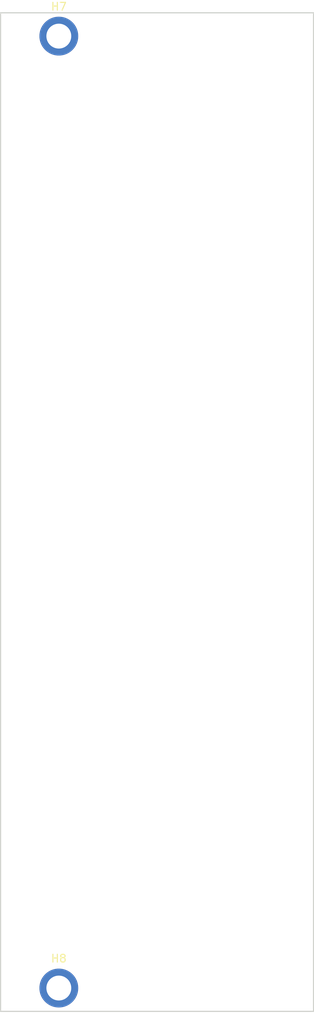
<source format=kicad_pcb>
(kicad_pcb (version 20171130) (host pcbnew 5.1.10)

  (general
    (thickness 1.6)
    (drawings 15)
    (tracks 0)
    (zones 0)
    (modules 8)
    (nets 1)
  )

  (page A4)
  (title_block
    (title welle)
    (date 2021-08-19)
    (rev R01)
    (comment 1 "PCB for panel")
    (comment 2 "Wavefolder designed by Jürgen Haible and Yves Usson")
    (comment 4 "License CC BY 4.0 - Attribution 4.0 International")
  )

  (layers
    (0 F.Cu signal)
    (31 B.Cu signal)
    (32 B.Adhes user)
    (33 F.Adhes user)
    (34 B.Paste user)
    (35 F.Paste user)
    (36 B.SilkS user)
    (37 F.SilkS user)
    (38 B.Mask user)
    (39 F.Mask user)
    (40 Dwgs.User user)
    (41 Cmts.User user)
    (42 Eco1.User user)
    (43 Eco2.User user)
    (44 Edge.Cuts user)
    (45 Margin user)
    (46 B.CrtYd user)
    (47 F.CrtYd user)
    (48 B.Fab user)
    (49 F.Fab user)
  )

  (setup
    (last_trace_width 0.25)
    (trace_clearance 0.2)
    (zone_clearance 0.508)
    (zone_45_only no)
    (trace_min 0.2)
    (via_size 0.8)
    (via_drill 0.4)
    (via_min_size 0.4)
    (via_min_drill 0.3)
    (uvia_size 0.3)
    (uvia_drill 0.1)
    (uvias_allowed no)
    (uvia_min_size 0.2)
    (uvia_min_drill 0.1)
    (edge_width 0.05)
    (segment_width 0.2)
    (pcb_text_width 0.3)
    (pcb_text_size 1.5 1.5)
    (mod_edge_width 0.12)
    (mod_text_size 1 1)
    (mod_text_width 0.15)
    (pad_size 1.524 1.524)
    (pad_drill 0.762)
    (pad_to_mask_clearance 0)
    (aux_axis_origin 0 0)
    (visible_elements FFFFFF7F)
    (pcbplotparams
      (layerselection 0x010fc_ffffffff)
      (usegerberextensions false)
      (usegerberattributes true)
      (usegerberadvancedattributes true)
      (creategerberjobfile true)
      (excludeedgelayer true)
      (linewidth 0.100000)
      (plotframeref false)
      (viasonmask false)
      (mode 1)
      (useauxorigin false)
      (hpglpennumber 1)
      (hpglpenspeed 20)
      (hpglpendiameter 15.000000)
      (psnegative false)
      (psa4output false)
      (plotreference true)
      (plotvalue true)
      (plotinvisibletext false)
      (padsonsilk false)
      (subtractmaskfromsilk false)
      (outputformat 1)
      (mirror false)
      (drillshape 1)
      (scaleselection 1)
      (outputdirectory ""))
  )

  (net 0 "")

  (net_class Default "This is the default net class."
    (clearance 0.2)
    (trace_width 0.25)
    (via_dia 0.8)
    (via_drill 0.4)
    (uvia_dia 0.3)
    (uvia_drill 0.1)
  )

  (module elektrophon:panel_jack (layer F.Cu) (tedit 60C77876) (tstamp 611D123E)
    (at 81.28 157.48)
    (descr "Mounting Hole 8.4mm, no annular, M8")
    (tags "mounting hole 8.4mm no annular m8")
    (path /5D6B07F8)
    (attr virtual)
    (fp_text reference H6 (at 0 -9.4) (layer F.SilkS) hide
      (effects (font (size 1 1) (thickness 0.15)))
    )
    (fp_text value OUT (at 0 9.144) (layer F.Mask) hide
      (effects (font (size 2 1.4) (thickness 0.25)))
    )
    (fp_circle (center 0 0) (end 4 0) (layer Cmts.User) (width 0.15))
    (fp_circle (center 0 0) (end 4.2 0) (layer F.CrtYd) (width 0.05))
    (fp_text user %R (at 0.3 0) (layer F.Fab) hide
      (effects (font (size 1 1) (thickness 0.15)))
    )
    (pad "" np_thru_hole circle (at 0 0) (size 6.4 6.4) (drill 6.4) (layers *.Cu *.Mask))
    (model "${KIPRJMOD}/../../../lib/kicad/models/PJ301M-12 Thonkiconn v0.2.stp"
      (offset (xyz 0 0.8 -10.5))
      (scale (xyz 1 1 1))
      (rotate (xyz 0 0 0))
    )
  )

  (module elektrophon:panel_potentiometer (layer F.Cu) (tedit 60C7789D) (tstamp 611D1236)
    (at 81.28 76.2)
    (descr "Mounting Hole 8.4mm, no annular, M8")
    (tags "mounting hole 8.4mm no annular m8")
    (path /61193B77)
    (attr virtual)
    (fp_text reference H5 (at 0 -9.4) (layer F.SilkS) hide
      (effects (font (size 1 1) (thickness 0.15)))
    )
    (fp_text value shape (at 0 9.144) (layer F.Mask) hide
      (effects (font (size 2 1.4) (thickness 0.25)))
    )
    (fp_circle (center 0 0) (end 6.35 0) (layer Cmts.User) (width 0.15))
    (fp_circle (center 0 0) (end 6.6 0) (layer F.CrtYd) (width 0.05))
    (fp_text user %R (at 0.3 0) (layer F.Fab) hide
      (effects (font (size 1 1) (thickness 0.15)))
    )
    (pad "" np_thru_hole circle (at 0 0) (size 7.4 7.4) (drill 7.4) (layers *.Cu *.Mask))
    (model ${KIPRJMOD}/../../../lib/kicad/models/ALPHA-RD901F-40.step
      (offset (xyz 0 0.5 -12))
      (scale (xyz 1 1 1))
      (rotate (xyz 0 0 0))
    )
  )

  (module elektrophon:panel_potentiometer (layer F.Cu) (tedit 60C7789D) (tstamp 611D122E)
    (at 81.28 116.84)
    (descr "Mounting Hole 8.4mm, no annular, M8")
    (tags "mounting hole 8.4mm no annular m8")
    (path /5EAD9687)
    (attr virtual)
    (fp_text reference H4 (at 0 -9.4) (layer F.SilkS) hide
      (effects (font (size 1 1) (thickness 0.15)))
    )
    (fp_text value range (at 0 9.144) (layer F.Mask) hide
      (effects (font (size 2 1.4) (thickness 0.25)))
    )
    (fp_circle (center 0 0) (end 6.35 0) (layer Cmts.User) (width 0.15))
    (fp_circle (center 0 0) (end 6.6 0) (layer F.CrtYd) (width 0.05))
    (fp_text user %R (at 0.3 0) (layer F.Fab) hide
      (effects (font (size 1 1) (thickness 0.15)))
    )
    (pad "" np_thru_hole circle (at 0 0) (size 7.4 7.4) (drill 7.4) (layers *.Cu *.Mask))
    (model ${KIPRJMOD}/../../../lib/kicad/models/ALPHA-RD901F-40.step
      (offset (xyz 0 0.5 -12))
      (scale (xyz 1 1 1))
      (rotate (xyz 0 0 0))
    )
  )

  (module elektrophon:panel_potentiometer (layer F.Cu) (tedit 60C7789D) (tstamp 611D1226)
    (at 81.28 96.52)
    (descr "Mounting Hole 8.4mm, no annular, M8")
    (tags "mounting hole 8.4mm no annular m8")
    (path /5D6AFC22)
    (attr virtual)
    (fp_text reference H3 (at 0 -9.4) (layer F.SilkS) hide
      (effects (font (size 1 1) (thickness 0.15)))
    )
    (fp_text value control_atten (at 0 9.144) (layer F.Mask) hide
      (effects (font (size 2 1.4) (thickness 0.25)))
    )
    (fp_circle (center 0 0) (end 6.35 0) (layer Cmts.User) (width 0.15))
    (fp_circle (center 0 0) (end 6.6 0) (layer F.CrtYd) (width 0.05))
    (fp_text user %R (at 0.3 0) (layer F.Fab) hide
      (effects (font (size 1 1) (thickness 0.15)))
    )
    (pad "" np_thru_hole circle (at 0 0) (size 7.4 7.4) (drill 7.4) (layers *.Cu *.Mask))
    (model ${KIPRJMOD}/../../../lib/kicad/models/ALPHA-RD901F-40.step
      (offset (xyz 0 0.5 -12))
      (scale (xyz 1 1 1))
      (rotate (xyz 0 0 0))
    )
  )

  (module elektrophon:panel_jack (layer F.Cu) (tedit 60C77876) (tstamp 611D121E)
    (at 60.96 157.48)
    (descr "Mounting Hole 8.4mm, no annular, M8")
    (tags "mounting hole 8.4mm no annular m8")
    (path /61193E12)
    (attr virtual)
    (fp_text reference H2 (at 0 -9.4) (layer F.SilkS) hide
      (effects (font (size 1 1) (thickness 0.15)))
    )
    (fp_text value IN (at 0 9.144) (layer F.Mask) hide
      (effects (font (size 2 1.4) (thickness 0.25)))
    )
    (fp_circle (center 0 0) (end 4 0) (layer Cmts.User) (width 0.15))
    (fp_circle (center 0 0) (end 4.2 0) (layer F.CrtYd) (width 0.05))
    (fp_text user %R (at 0.3 0) (layer F.Fab) hide
      (effects (font (size 1 1) (thickness 0.15)))
    )
    (pad "" np_thru_hole circle (at 0 0) (size 6.4 6.4) (drill 6.4) (layers *.Cu *.Mask))
    (model "${KIPRJMOD}/../../../lib/kicad/models/PJ301M-12 Thonkiconn v0.2.stp"
      (offset (xyz 0 0.8 -10.5))
      (scale (xyz 1 1 1))
      (rotate (xyz 0 0 0))
    )
  )

  (module elektrophon:panel_jack (layer F.Cu) (tedit 60C77876) (tstamp 611D1216)
    (at 60.96 96.52)
    (descr "Mounting Hole 8.4mm, no annular, M8")
    (tags "mounting hole 8.4mm no annular m8")
    (path /5D6B047C)
    (attr virtual)
    (fp_text reference H1 (at 0 -9.4) (layer F.SilkS) hide
      (effects (font (size 1 1) (thickness 0.15)))
    )
    (fp_text value control (at 0 9.144) (layer F.Mask) hide
      (effects (font (size 2 1.4) (thickness 0.25)))
    )
    (fp_circle (center 0 0) (end 4 0) (layer Cmts.User) (width 0.15))
    (fp_circle (center 0 0) (end 4.2 0) (layer F.CrtYd) (width 0.05))
    (fp_text user %R (at 0.3 0) (layer F.Fab) hide
      (effects (font (size 1 1) (thickness 0.15)))
    )
    (pad "" np_thru_hole circle (at 0 0) (size 6.4 6.4) (drill 6.4) (layers *.Cu *.Mask))
    (model "${KIPRJMOD}/../../../lib/kicad/models/PJ301M-12 Thonkiconn v0.2.stp"
      (offset (xyz 0 0.8 -10.5))
      (scale (xyz 1 1 1))
      (rotate (xyz 0 0 0))
    )
  )

  (module elektrophon:MountingHole_Panel_3.2mm_M3 (layer F.Cu) (tedit 60C777D2) (tstamp 6097E813)
    (at 58.3 176.3)
    (descr "Mounting Hole 3.2mm, M3, DIN965")
    (tags "mounting hole 3.2mm m3 din965")
    (path /6097A580)
    (attr virtual)
    (fp_text reference H8 (at 0 -3.8) (layer F.SilkS)
      (effects (font (size 1 1) (thickness 0.15)))
    )
    (fp_text value MountingHole (at 0 3.8) (layer F.Fab)
      (effects (font (size 1 1) (thickness 0.15)))
    )
    (fp_circle (center 0 0) (end 3.05 0) (layer F.CrtYd) (width 0.05))
    (fp_circle (center 0 0) (end 2.8 0) (layer Cmts.User) (width 0.15))
    (fp_text user %R (at 0.3 0) (layer F.Fab)
      (effects (font (size 1 1) (thickness 0.15)))
    )
    (pad 1 connect circle (at 0 0) (size 5 5) (layers B.Cu B.Mask))
    (pad 1 connect circle (at 0 0) (size 5 5) (layers F.Cu F.Mask))
    (pad 1 thru_hole circle (at 0 0) (size 3.6 3.6) (drill 3.2) (layers *.Cu *.Mask))
  )

  (module elektrophon:MountingHole_Panel_3.2mm_M3 (layer F.Cu) (tedit 60C777D2) (tstamp 6097E80B)
    (at 58.3 53.8)
    (descr "Mounting Hole 3.2mm, M3, DIN965")
    (tags "mounting hole 3.2mm m3 din965")
    (path /6097A217)
    (attr virtual)
    (fp_text reference H7 (at 0 -3.8) (layer F.SilkS)
      (effects (font (size 1 1) (thickness 0.15)))
    )
    (fp_text value MountingHole (at 0 3.8) (layer F.Fab)
      (effects (font (size 1 1) (thickness 0.15)))
    )
    (fp_circle (center 0 0) (end 3.05 0) (layer F.CrtYd) (width 0.05))
    (fp_circle (center 0 0) (end 2.8 0) (layer Cmts.User) (width 0.15))
    (fp_text user %R (at 0.3 0) (layer F.Fab)
      (effects (font (size 1 1) (thickness 0.15)))
    )
    (pad 1 connect circle (at 0 0) (size 5 5) (layers B.Cu B.Mask))
    (pad 1 connect circle (at 0 0) (size 5 5) (layers F.Cu F.Mask))
    (pad 1 thru_hole circle (at 0 0) (size 3.6 3.6) (drill 3.2) (layers *.Cu *.Mask))
  )

  (gr_text out (at 81.28 166.624) (layer F.Mask) (tstamp 611CB527)
    (effects (font (size 2 1.4) (thickness 0.25)))
  )
  (gr_text out (at 81.28 166.624) (layer B.Mask) (tstamp 611CB526)
    (effects (font (size 2 1.4) (thickness 0.25)))
  )
  (gr_text in (at 60.96 166.624) (layer F.Mask) (tstamp 611CB527)
    (effects (font (size 2 1.4) (thickness 0.25)))
  )
  (gr_text in (at 60.96 166.624) (layer B.Mask) (tstamp 611CB526)
    (effects (font (size 2 1.4) (thickness 0.25)))
  )
  (gr_text range (at 69.85 116.332) (layer F.Mask) (tstamp 611CB472)
    (effects (font (size 2 1.4) (thickness 0.25)))
  )
  (gr_text range (at 69.85 116.332) (layer B.Mask) (tstamp 611CB471)
    (effects (font (size 2 1.4) (thickness 0.25)))
  )
  (gr_text control (at 69.85 96.266) (layer F.Mask) (tstamp 611CB472)
    (effects (font (size 2 1.4) (thickness 0.25)))
  )
  (gr_text control (at 69.85 96.266) (layer B.Mask) (tstamp 611CB471)
    (effects (font (size 2 1.4) (thickness 0.25)))
  )
  (gr_text shape (at 69.85 75.692) (layer B.Mask) (tstamp 611CB46D)
    (effects (font (size 2 1.4) (thickness 0.25)))
  )
  (gr_text shape (at 69.85 75.692) (layer F.Mask)
    (effects (font (size 2 1.4) (thickness 0.25)))
  )
  (gr_text welle (at 73.025 53.8) (layer F.Mask)
    (effects (font (size 3 3) (thickness 0.35)))
  )
  (gr_line (start 50.8 50.8) (end 50.8 179.3) (layer Edge.Cuts) (width 0.15) (tstamp 60977F7D))
  (gr_line (start 91.1 179.3) (end 50.8 179.3) (layer Edge.Cuts) (width 0.15))
  (gr_line (start 91.1 50.8) (end 91.1 179.3) (layer Edge.Cuts) (width 0.15))
  (gr_line (start 50.8 50.8) (end 91.1 50.8) (layer Edge.Cuts) (width 0.15))

)

</source>
